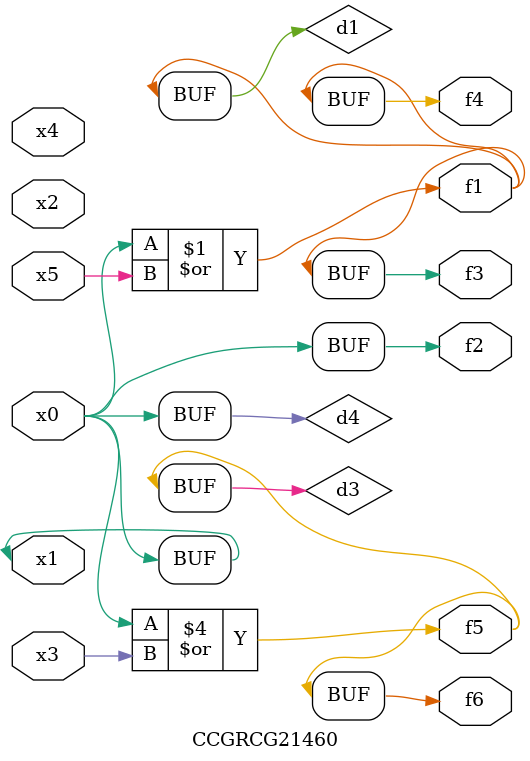
<source format=v>
module CCGRCG21460(
	input x0, x1, x2, x3, x4, x5,
	output f1, f2, f3, f4, f5, f6
);

	wire d1, d2, d3, d4;

	or (d1, x0, x5);
	xnor (d2, x1, x4);
	or (d3, x0, x3);
	buf (d4, x0, x1);
	assign f1 = d1;
	assign f2 = d4;
	assign f3 = d1;
	assign f4 = d1;
	assign f5 = d3;
	assign f6 = d3;
endmodule

</source>
